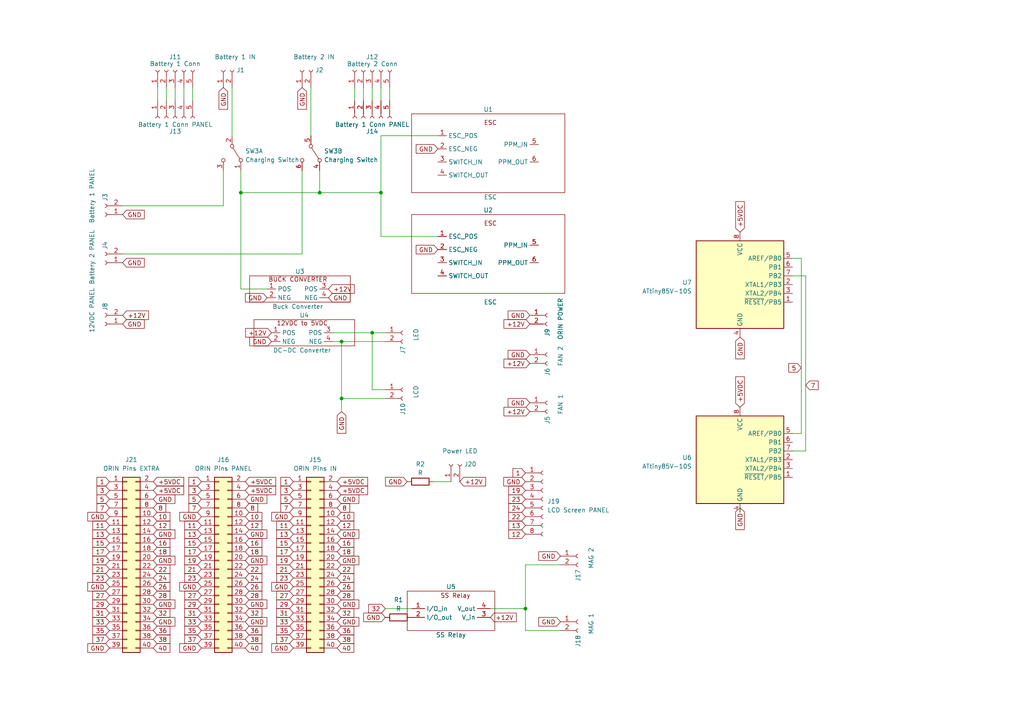
<source format=kicad_sch>
(kicad_sch (version 20230121) (generator eeschema)
  (paper "A4")
  (lib_symbols
    (symbol "Connector:Conn_01x02_Socket" (pin_names (offset 1.016) hide)
      (property "Reference" "J" (at 0 2.54 0))
      (property "Value" "Conn_01x02_Socket" (at 0 -5.08 0))
      (symbol "Conn_01x02_Socket_1_1"
        (arc (start 0 -2.032) (mid -0.5058 -2.54) (end 0 -3.048) (stroke (width 0.1524)))
        (polyline (pts (xy -1.27 -2.54) (xy -0.508 -2.54)) (stroke (width 0.1524)))
        (polyline (pts (xy -1.27 0) (xy -0.508 0)) (stroke (width 0.1524)))
        (arc (start 0 0.508) (mid -0.5058 0) (end 0 -0.508) (stroke (width 0.1524)))
        (pin passive line (at -5.08 0 0) (length 3.81) (name "Pin_1") (number "1"))
        (pin passive line (at -5.08 -2.54 0) (length 3.81) (name "Pin_2") (number "2"))
      )
    )
    (symbol "Connector:Conn_01x05_Socket" (pin_names (offset 1.016) hide)
      (property "Reference" "J" (at 0 7.62 0))
      (property "Value" "Conn_01x05_Socket" (at 0 -7.62 0))
      (symbol "Conn_01x05_Socket_1_1"
        (arc (start 0 -4.572) (mid -0.5058 -5.08) (end 0 -5.588) (stroke (width 0.1524)))
        (arc (start 0 -2.032) (mid -0.5058 -2.54) (end 0 -3.048) (stroke (width 0.1524)))
        (polyline (pts (xy -1.27 -5.08) (xy -0.508 -5.08)) (stroke (width 0.1524)))
        (polyline (pts (xy -1.27 -2.54) (xy -0.508 -2.54)) (stroke (width 0.1524)))
        (polyline (pts (xy -1.27 0) (xy -0.508 0)) (stroke (width 0.1524)))
        (polyline (pts (xy -1.27 2.54) (xy -0.508 2.54)) (stroke (width 0.1524)))
        (polyline (pts (xy -1.27 5.08) (xy -0.508 5.08)) (stroke (width 0.1524)))
        (arc (start 0 0.508) (mid -0.5058 0) (end 0 -0.508) (stroke (width 0.1524)))
        (arc (start 0 3.048) (mid -0.5058 2.54) (end 0 2.032) (stroke (width 0.1524)))
        (arc (start 0 5.588) (mid -0.5058 5.08) (end 0 4.572) (stroke (width 0.1524)))
        (pin passive line (at -5.08 5.08 0) (length 3.81) (name "Pin_1") (number "1"))
        (pin passive line (at -5.08 2.54 0) (length 3.81) (name "Pin_2") (number "2"))
        (pin passive line (at -5.08 0 0) (length 3.81) (name "Pin_3") (number "3"))
        (pin passive line (at -5.08 -2.54 0) (length 3.81) (name "Pin_4") (number "4"))
        (pin passive line (at -5.08 -5.08 0) (length 3.81) (name "Pin_5") (number "5"))
      )
    )
    (symbol "Connector:Conn_01x08_Socket" (pin_names (offset 1.016) hide)
      (property "Reference" "J" (at 0 10.16 0))
      (property "Value" "Conn_01x08_Socket" (at 0 -12.7 0))
      (symbol "Conn_01x08_Socket_1_1"
        (arc (start 0 -9.652) (mid -0.5058 -10.16) (end 0 -10.668) (stroke (width 0.1524)))
        (arc (start 0 -7.112) (mid -0.5058 -7.62) (end 0 -8.128) (stroke (width 0.1524)))
        (arc (start 0 -4.572) (mid -0.5058 -5.08) (end 0 -5.588) (stroke (width 0.1524)))
        (arc (start 0 -2.032) (mid -0.5058 -2.54) (end 0 -3.048) (stroke (width 0.1524)))
        (polyline (pts (xy -1.27 -10.16) (xy -0.508 -10.16)) (stroke (width 0.1524)))
        (polyline (pts (xy -1.27 -7.62) (xy -0.508 -7.62)) (stroke (width 0.1524)))
        (polyline (pts (xy -1.27 -5.08) (xy -0.508 -5.08)) (stroke (width 0.1524)))
        (polyline (pts (xy -1.27 -2.54) (xy -0.508 -2.54)) (stroke (width 0.1524)))
        (polyline (pts (xy -1.27 0) (xy -0.508 0)) (stroke (width 0.1524)))
        (polyline (pts (xy -1.27 2.54) (xy -0.508 2.54)) (stroke (width 0.1524)))
        (polyline (pts (xy -1.27 5.08) (xy -0.508 5.08)) (stroke (width 0.1524)))
        (polyline (pts (xy -1.27 7.62) (xy -0.508 7.62)) (stroke (width 0.1524)))
        (arc (start 0 0.508) (mid -0.5058 0) (end 0 -0.508) (stroke (width 0.1524)))
        (arc (start 0 3.048) (mid -0.5058 2.54) (end 0 2.032) (stroke (width 0.1524)))
        (arc (start 0 5.588) (mid -0.5058 5.08) (end 0 4.572) (stroke (width 0.1524)))
        (arc (start 0 8.128) (mid -0.5058 7.62) (end 0 7.112) (stroke (width 0.1524)))
        (pin passive line (at -5.08 7.62 0) (length 3.81) (name "Pin_1") (number "1"))
        (pin passive line (at -5.08 5.08 0) (length 3.81) (name "Pin_2") (number "2"))
        (pin passive line (at -5.08 2.54 0) (length 3.81) (name "Pin_3") (number "3"))
        (pin passive line (at -5.08 0 0) (length 3.81) (name "Pin_4") (number "4"))
        (pin passive line (at -5.08 -2.54 0) (length 3.81) (name "Pin_5") (number "5"))
        (pin passive line (at -5.08 -5.08 0) (length 3.81) (name "Pin_6") (number "6"))
        (pin passive line (at -5.08 -7.62 0) (length 3.81) (name "Pin_7") (number "7"))
        (pin passive line (at -5.08 -10.16 0) (length 3.81) (name "Pin_8") (number "8"))
      )
    )
    (symbol "Connector_Generic:Conn_02x20_Odd_Even" (pin_names (offset 1.016) hide)
      (property "Reference" "J" (at 1.27 25.4 0))
      (property "Value" "Conn_02x20_Odd_Even" (at 1.27 -27.94 0))
      (symbol "Conn_02x20_Odd_Even_1_1"
        (rectangle (start -1.27 -25.273) (end 0 -25.527) (stroke (width 0.1524)))
        (rectangle (start -1.27 -22.733) (end 0 -22.987) (stroke (width 0.1524)))
        (rectangle (start -1.27 -20.193) (end 0 -20.447) (stroke (width 0.1524)))
        (rectangle (start -1.27 -17.653) (end 0 -17.907) (stroke (width 0.1524)))
        (rectangle (start -1.27 -15.113) (end 0 -15.367) (stroke (width 0.1524)))
        (rectangle (start -1.27 -12.573) (end 0 -12.827) (stroke (width 0.1524)))
        (rectangle (start -1.27 -10.033) (end 0 -10.287) (stroke (width 0.1524)))
        (rectangle (start -1.27 -7.493) (end 0 -7.747) (stroke (width 0.1524)))
        (rectangle (start -1.27 -4.953) (end 0 -5.207) (stroke (width 0.1524)))
        (rectangle (start -1.27 -2.413) (end 0 -2.667) (stroke (width 0.1524)))
        (rectangle (start -1.27 0.127) (end 0 -0.127) (stroke (width 0.1524)))
        (rectangle (start -1.27 2.667) (end 0 2.413) (stroke (width 0.1524)))
        (rectangle (start -1.27 5.207) (end 0 4.953) (stroke (width 0.1524)))
        (rectangle (start -1.27 7.747) (end 0 7.493) (stroke (width 0.1524)))
        (rectangle (start -1.27 10.287) (end 0 10.033) (stroke (width 0.1524)))
        (rectangle (start -1.27 12.827) (end 0 12.573) (stroke (width 0.1524)))
        (rectangle (start -1.27 15.367) (end 0 15.113) (stroke (width 0.1524)))
        (rectangle (start -1.27 17.907) (end 0 17.653) (stroke (width 0.1524)))
        (rectangle (start -1.27 20.447) (end 0 20.193) (stroke (width 0.1524)))
        (rectangle (start -1.27 22.987) (end 0 22.733) (stroke (width 0.1524)))
        (rectangle (start -1.27 24.13) (end 3.81 -26.67) (stroke (width 0.254)) (fill (type background)))
        (rectangle (start 3.81 -25.273) (end 2.54 -25.527) (stroke (width 0.1524)))
        (rectangle (start 3.81 -22.733) (end 2.54 -22.987) (stroke (width 0.1524)))
        (rectangle (start 3.81 -20.193) (end 2.54 -20.447) (stroke (width 0.1524)))
        (rectangle (start 3.81 -17.653) (end 2.54 -17.907) (stroke (width 0.1524)))
        (rectangle (start 3.81 -15.113) (end 2.54 -15.367) (stroke (width 0.1524)))
        (rectangle (start 3.81 -12.573) (end 2.54 -12.827) (stroke (width 0.1524)))
        (rectangle (start 3.81 -10.033) (end 2.54 -10.287) (stroke (width 0.1524)))
        (rectangle (start 3.81 -7.493) (end 2.54 -7.747) (stroke (width 0.1524)))
        (rectangle (start 3.81 -4.953) (end 2.54 -5.207) (stroke (width 0.1524)))
        (rectangle (start 3.81 -2.413) (end 2.54 -2.667) (stroke (width 0.1524)))
        (rectangle (start 3.81 0.127) (end 2.54 -0.127) (stroke (width 0.1524)))
        (rectangle (start 3.81 2.667) (end 2.54 2.413) (stroke (width 0.1524)))
        (rectangle (start 3.81 5.207) (end 2.54 4.953) (stroke (width 0.1524)))
        (rectangle (start 3.81 7.747) (end 2.54 7.493) (stroke (width 0.1524)))
        (rectangle (start 3.81 10.287) (end 2.54 10.033) (stroke (width 0.1524)))
        (rectangle (start 3.81 12.827) (end 2.54 12.573) (stroke (width 0.1524)))
        (rectangle (start 3.81 15.367) (end 2.54 15.113) (stroke (width 0.1524)))
        (rectangle (start 3.81 17.907) (end 2.54 17.653) (stroke (width 0.1524)))
        (rectangle (start 3.81 20.447) (end 2.54 20.193) (stroke (width 0.1524)))
        (rectangle (start 3.81 22.987) (end 2.54 22.733) (stroke (width 0.1524)))
        (pin passive line (at -5.08 22.86 0) (length 3.81) (name "Pin_1") (number "1"))
        (pin passive line (at 7.62 12.7 180) (length 3.81) (name "Pin_10") (number "10"))
        (pin passive line (at -5.08 10.16 0) (length 3.81) (name "Pin_11") (number "11"))
        (pin passive line (at 7.62 10.16 180) (length 3.81) (name "Pin_12") (number "12"))
        (pin passive line (at -5.08 7.62 0) (length 3.81) (name "Pin_13") (number "13"))
        (pin passive line (at 7.62 7.62 180) (length 3.81) (name "Pin_14") (number "14"))
        (pin passive line (at -5.08 5.08 0) (length 3.81) (name "Pin_15") (number "15"))
        (pin passive line (at 7.62 5.08 180) (length 3.81) (name "Pin_16") (number "16"))
        (pin passive line (at -5.08 2.54 0) (length 3.81) (name "Pin_17") (number "17"))
        (pin passive line (at 7.62 2.54 180) (length 3.81) (name "Pin_18") (number "18"))
        (pin passive line (at -5.08 0 0) (length 3.81) (name "Pin_19") (number "19"))
        (pin passive line (at 7.62 22.86 180) (length 3.81) (name "Pin_2") (number "2"))
        (pin passive line (at 7.62 0 180) (length 3.81) (name "Pin_20") (number "20"))
        (pin passive line (at -5.08 -2.54 0) (length 3.81) (name "Pin_21") (number "21"))
        (pin passive line (at 7.62 -2.54 180) (length 3.81) (name "Pin_22") (number "22"))
        (pin passive line (at -5.08 -5.08 0) (length 3.81) (name "Pin_23") (number "23"))
        (pin passive line (at 7.62 -5.08 180) (length 3.81) (name "Pin_24") (number "24"))
        (pin passive line (at -5.08 -7.62 0) (length 3.81) (name "Pin_25") (number "25"))
        (pin passive line (at 7.62 -7.62 180) (length 3.81) (name "Pin_26") (number "26"))
        (pin passive line (at -5.08 -10.16 0) (length 3.81) (name "Pin_27") (number "27"))
        (pin passive line (at 7.62 -10.16 180) (length 3.81) (name "Pin_28") (number "28"))
        (pin passive line (at -5.08 -12.7 0) (length 3.81) (name "Pin_29") (number "29"))
        (pin passive line (at -5.08 20.32 0) (length 3.81) (name "Pin_3") (number "3"))
        (pin passive line (at 7.62 -12.7 180) (length 3.81) (name "Pin_30") (number "30"))
        (pin passive line (at -5.08 -15.24 0) (length 3.81) (name "Pin_31") (number "31"))
        (pin passive line (at 7.62 -15.24 180) (length 3.81) (name "Pin_32") (number "32"))
        (pin passive line (at -5.08 -17.78 0) (length 3.81) (name "Pin_33") (number "33"))
        (pin passive line (at 7.62 -17.78 180) (length 3.81) (name "Pin_34") (number "34"))
        (pin passive line (at -5.08 -20.32 0) (length 3.81) (name "Pin_35") (number "35"))
        (pin passive line (at 7.62 -20.32 180) (length 3.81) (name "Pin_36") (number "36"))
        (pin passive line (at -5.08 -22.86 0) (length 3.81) (name "Pin_37") (number "37"))
        (pin passive line (at 7.62 -22.86 180) (length 3.81) (name "Pin_38") (number "38"))
        (pin passive line (at -5.08 -25.4 0) (length 3.81) (name "Pin_39") (number "39"))
        (pin passive line (at 7.62 20.32 180) (length 3.81) (name "Pin_4") (number "4"))
        (pin passive line (at 7.62 -25.4 180) (length 3.81) (name "Pin_40") (number "40"))
        (pin passive line (at -5.08 17.78 0) (length 3.81) (name "Pin_5") (number "5"))
        (pin passive line (at 7.62 17.78 180) (length 3.81) (name "Pin_6") (number "6"))
        (pin passive line (at -5.08 15.24 0) (length 3.81) (name "Pin_7") (number "7"))
        (pin passive line (at 7.62 15.24 180) (length 3.81) (name "Pin_8") (number "8"))
        (pin passive line (at -5.08 12.7 0) (length 3.81) (name "Pin_9") (number "9"))
      )
    )
    (symbol "Device:R" (pin_numbers hide) (pin_names (offset 0))
      (property "Reference" "R" (at 2.032 0 90))
      (property "Value" "R" (at 0 0 90))
      (symbol "R_0_1"
        (rectangle (start -1.016 -2.54) (end 1.016 2.54) (stroke (width 0.254)))
      )
      (symbol "R_1_1"
        (pin passive line (at 0 3.81 270) (length 1.27) (name "~") (number "1"))
        (pin passive line (at 0 -3.81 90) (length 1.27) (name "~") (number "2"))
      )
    )
    (symbol "MCU_Microchip_ATtiny:ATtiny85V-10S"
      (property "Reference" "U" (at -12.7 13.97 0))
      (property "Value" "ATtiny85V-10S" (at 2.54 -13.97 0))
      (symbol "ATtiny85V-10S_0_1"
        (rectangle (start -12.7 -12.7) (end 12.7 12.7) (stroke (width 0.254)) (fill (type background)))
      )
      (symbol "ATtiny85V-10S_1_1"
        (pin bidirectional line (at 15.24 -5.08 180) (length 2.54) (name "~{RESET}/PB5") (number "1"))
        (pin bidirectional line (at 15.24 0 180) (length 2.54) (name "XTAL1/PB3") (number "2"))
        (pin bidirectional line (at 15.24 -2.54 180) (length 2.54) (name "XTAL2/PB4") (number "3"))
        (pin power_in line (at 0 -15.24 90) (length 2.54) (name "GND") (number "4"))
        (pin bidirectional line (at 15.24 7.62 180) (length 2.54) (name "AREF/PB0") (number "5"))
        (pin bidirectional line (at 15.24 5.08 180) (length 2.54) (name "PB1") (number "6"))
        (pin bidirectional line (at 15.24 2.54 180) (length 2.54) (name "PB2") (number "7"))
        (pin power_in line (at 0 15.24 270) (length 2.54) (name "VCC") (number "8"))
      )
    )
    (symbol "New_Library:Buck_Converter"
      (property "Reference" "U" (at 0 0 0))
      (symbol "Buck_Converter_0_1"
        (rectangle (start -13.97 5.08) (end 15.24 -2.54))
      )
      (symbol "Buck_Converter_1_1"
        (text "BUCK CONVERTER" (at 0.0423 4.0695 0) (effects (font (size 1.27 1.27))))
        (pin input line (at -8.89 1.27 0) (length 2.54) (name "POS") (number "1"))
        (pin input line (at -8.89 -1.27 0) (length 2.54) (name "NEG") (number "2"))
        (pin output line (at 8.89 1.27 180) (length 2.54) (name "POS") (number "3"))
        (pin output line (at 8.89 -1.27 180) (length 2.54) (name "NEG") (number "4"))
      )
    )
    (symbol "New_Library:DC_DC"
      (property "Reference" "U" (at 0 0 0))
      (symbol "DC_DC_0_1"
        (rectangle (start -13.97 5.08) (end 15.24 -2.54))
      )
      (symbol "DC_DC_1_1"
        (text "12VDC to 5VDC" (at 0.0423 4.0695 0) (effects (font (size 1.27 1.27))))
        (pin input line (at -8.89 1.27 0) (length 2.54) (name "POS") (number "1"))
        (pin input line (at -8.89 -1.27 0) (length 2.54) (name "NEG") (number "2"))
        (pin output line (at 8.89 1.27 180) (length 2.54) (name "POS") (number "3"))
        (pin output line (at 8.89 -1.27 180) (length 2.54) (name "NEG") (number "4"))
      )
    )
    (symbol "New_Library:ESC"
      (property "Reference" "U" (at 0 0 0))
      (symbol "ESC_0_1"
        (rectangle (start -22.86 11.43) (end 21.59 -11.43))
      )
      (symbol "ESC_1_1"
        (text "ESC" (at 0 8.89 0) (effects (font (size 1.27 1.27))))
        (pin input line (at -15.24 5.08 0) (length 2.54) (name "ESC_POS") (number "1"))
        (pin input line (at -15.24 1.27 0) (length 2.54) (name "ESC_NEG") (number "2"))
        (pin input line (at -15.24 -2.54 0) (length 2.54) (name "SWITCH_IN") (number "3"))
        (pin output line (at -15.24 -6.35 0) (length 2.54) (name "SWITCH_OUT") (number "4"))
        (pin input line (at 13.97 2.54 180) (length 2.54) (name "PPM_IN") (number "5"))
        (pin output line (at 13.97 -2.54 180) (length 2.54) (name "PPM_OUT") (number "6"))
      )
    )
    (symbol "New_Library:Relay"
      (property "Reference" "U" (at 0 0 0))
      (symbol "Relay_0_1"
        (rectangle (start -11.43 6.35) (end 13.97 -5.08))
      )
      (symbol "Relay_1_1"
        (text "SS Relay" (at 0 5.08 0) (effects (font (size 1.27 1.27))))
        (pin input line (at 12.7 1.27 180) (length 3.81) (name "I/O_in") (number "1"))
        (pin output line (at 12.7 -1.27 180) (length 3.81) (name "I/O_out") (number "2"))
        (pin input line (at -10.16 -1.27 0) (length 3.81) (name "V_in") (number "3"))
        (pin output line (at -10.16 1.27 0) (length 3.81) (name "V_out") (number "4"))
      )
    )
    (symbol "Switch:SW_DPDT_x2" (pin_names (offset 0) hide)
      (property "Reference" "SW" (at 0 4.318 0))
      (property "Value" "SW_DPDT_x2" (at 0 -5.08 0))
      (symbol "SW_DPDT_x2_0_0"
        (circle (center -2.032 0) (radius 0.508))
        (circle (center 2.032 -2.54) (radius 0.508))
      )
      (symbol "SW_DPDT_x2_0_1"
        (polyline (pts (xy -1.524 0.254) (xy 1.651 2.286)))
        (circle (center 2.032 2.54) (radius 0.508))
      )
      (symbol "SW_DPDT_x2_1_1"
        (pin passive line (at 5.08 2.54 180) (length 2.54) (name "A") (number "1"))
        (pin passive line (at -5.08 0 0) (length 2.54) (name "B") (number "2"))
        (pin passive line (at 5.08 -2.54 180) (length 2.54) (name "C") (number "3"))
      )
      (symbol "SW_DPDT_x2_2_1"
        (pin passive line (at 5.08 2.54 180) (length 2.54) (name "A") (number "4"))
        (pin passive line (at -5.08 0 0) (length 2.54) (name "B") (number "5"))
        (pin passive line (at 5.08 -2.54 180) (length 2.54) (name "C") (number "6"))
      )
    )
  )
  (junction (at 92.71 55.88))
  (junction (at 69.85 55.88))
  (junction (at 107.95 96.52))
  (junction (at 152.4 176.53))
  (junction (at 99.06 99.06))
  (junction (at 99.06 115.57))
  (junction (at 110.49 55.88))
  (wire (pts (xy 35.56 59.69) (xy 64.77 59.69)))
  (wire (pts (xy 107.95 25.4) (xy 107.95 29.21)))
  (wire (pts (xy 64.77 49.53) (xy 64.77 59.69)))
  (wire (pts (xy 96.52 99.06) (xy 99.06 99.06)))
  (wire (pts (xy 232.41 125.73) (xy 232.41 74.93)))
  (wire (pts (xy 110.49 39.37) (xy 110.49 55.88)))
  (wire (pts (xy 67.31 25.4) (xy 67.31 39.37)))
  (wire (pts (xy 152.4 163.83) (xy 162.56 163.83)))
  (wire (pts (xy 99.06 99.06) (xy 111.76 99.06)))
  (wire (pts (xy 233.68 80.01) (xy 229.87 80.01)))
  (wire (pts (xy 127 39.37) (xy 110.49 39.37)))
  (wire (pts (xy 87.63 73.66) (xy 35.56 73.66)))
  (wire (pts (xy 233.68 130.81) (xy 233.68 80.01)))
  (wire (pts (xy 152.4 182.88) (xy 162.56 182.88)))
  (wire (pts (xy 99.06 119.38) (xy 99.06 115.57)))
  (wire (pts (xy 110.49 55.88) (xy 110.49 68.58)))
  (wire (pts (xy 48.26 25.4) (xy 48.26 29.21)))
  (wire (pts (xy 55.88 25.4) (xy 55.88 29.21)))
  (wire (pts (xy 113.03 25.4) (xy 113.03 29.21)))
  (wire (pts (xy 152.4 163.83) (xy 152.4 176.53)))
  (wire (pts (xy 69.85 83.82) (xy 69.85 55.88)))
  (wire (pts (xy 142.24 176.53) (xy 152.4 176.53)))
  (wire (pts (xy 107.95 96.52) (xy 107.95 113.03)))
  (wire (pts (xy 45.72 25.4) (xy 45.72 29.21)))
  (wire (pts (xy 229.87 125.73) (xy 232.41 125.73)))
  (wire (pts (xy 77.47 83.82) (xy 69.85 83.82)))
  (wire (pts (xy 105.41 25.4) (xy 105.41 29.21)))
  (wire (pts (xy 232.41 74.93) (xy 229.87 74.93)))
  (wire (pts (xy 69.85 55.88) (xy 92.71 55.88)))
  (wire (pts (xy 214.63 148.59) (xy 214.63 147.32)))
  (wire (pts (xy 110.49 25.4) (xy 110.49 29.21)))
  (wire (pts (xy 111.76 113.03) (xy 107.95 113.03)))
  (wire (pts (xy 69.85 49.53) (xy 69.85 55.88)))
  (wire (pts (xy 102.87 25.4) (xy 102.87 29.21)))
  (wire (pts (xy 90.17 25.4) (xy 90.17 39.37)))
  (wire (pts (xy 53.34 25.4) (xy 53.34 29.21)))
  (wire (pts (xy 99.06 115.57) (xy 111.76 115.57)))
  (wire (pts (xy 96.52 96.52) (xy 107.95 96.52)))
  (wire (pts (xy 229.87 130.81) (xy 233.68 130.81)))
  (wire (pts (xy 92.71 55.88) (xy 92.71 49.53)))
  (wire (pts (xy 87.63 49.53) (xy 87.63 73.66)))
  (wire (pts (xy 152.4 176.53) (xy 152.4 182.88)))
  (wire (pts (xy 99.06 115.57) (xy 99.06 99.06)))
  (wire (pts (xy 110.49 68.58) (xy 127 68.58)))
  (wire (pts (xy 111.76 176.53) (xy 119.38 176.53)))
  (wire (pts (xy 125.73 139.7) (xy 130.81 139.7)))
  (wire (pts (xy 50.8 25.4) (xy 50.8 29.21)))
  (wire (pts (xy 107.95 96.52) (xy 111.76 96.52)))
  (wire (pts (xy 92.71 55.88) (xy 110.49 55.88)))
  (global_label "GND" (shape input) (at 127 72.39 180) (property "Intersheetrefs" "${INTERSHEET_REFS}" (effects hide)))
  (global_label "32" (shape input) (at 44.45 177.8 0) (property "Intersheetrefs" "${INTERSHEET_REFS}" (effects hide)))
  (global_label "+5VDC" (shape input) (at 44.45 142.24 0) (property "Intersheetrefs" "${INTERSHEET_REFS}" (effects hide)))
  (global_label "GND" (shape input) (at 153.67 102.87 180) (property "Intersheetrefs" "${INTERSHEET_REFS}" (effects hide)))
  (global_label "GND" (shape input) (at 85.09 170.18 180) (property "Intersheetrefs" "${INTERSHEET_REFS}" (effects hide)))
  (global_label "5" (shape input) (at 85.09 144.78 180) (property "Intersheetrefs" "${INTERSHEET_REFS}" (effects hide)))
  (global_label "1" (shape input) (at 85.09 139.7 180) (property "Intersheetrefs" "${INTERSHEET_REFS}" (effects hide)))
  (global_label "GND" (shape input) (at 71.12 154.94 0) (property "Intersheetrefs" "${INTERSHEET_REFS}" (effects hide)))
  (global_label "+5VDC" (shape input) (at 44.45 139.7 0) (property "Intersheetrefs" "${INTERSHEET_REFS}" (effects hide)))
  (global_label "36" (shape input) (at 44.45 182.88 0) (property "Intersheetrefs" "${INTERSHEET_REFS}" (effects hide)))
  (global_label "8" (shape input) (at 71.12 147.32 0) (property "Intersheetrefs" "${INTERSHEET_REFS}" (effects hide)))
  (global_label "33" (shape input) (at 31.75 180.34 180) (property "Intersheetrefs" "${INTERSHEET_REFS}" (effects hide)))
  (global_label "13" (shape input) (at 152.4 152.4 180) (property "Intersheetrefs" "${INTERSHEET_REFS}" (effects hide)))
  (global_label "38" (shape input) (at 44.45 185.42 0) (property "Intersheetrefs" "${INTERSHEET_REFS}" (effects hide)))
  (global_label "15" (shape input) (at 85.09 157.48 180) (property "Intersheetrefs" "${INTERSHEET_REFS}" (effects hide)))
  (global_label "21" (shape input) (at 31.75 165.1 180) (property "Intersheetrefs" "${INTERSHEET_REFS}" (effects hide)))
  (global_label "3" (shape input) (at 31.75 142.24 180) (property "Intersheetrefs" "${INTERSHEET_REFS}" (effects hide)))
  (global_label "7" (shape input) (at 31.75 147.32 180) (property "Intersheetrefs" "${INTERSHEET_REFS}" (effects hide)))
  (global_label "27" (shape input) (at 58.42 172.72 180) (property "Intersheetrefs" "${INTERSHEET_REFS}" (effects hide)))
  (global_label "23" (shape input) (at 58.42 167.64 180) (property "Intersheetrefs" "${INTERSHEET_REFS}" (effects hide)))
  (global_label "38" (shape input) (at 71.12 185.42 0) (property "Intersheetrefs" "${INTERSHEET_REFS}" (effects hide)))
  (global_label "40" (shape input) (at 97.79 187.96 0) (property "Intersheetrefs" "${INTERSHEET_REFS}" (effects hide)))
  (global_label "5" (shape input) (at 232.41 106.68 180) (property "Intersheetrefs" "${INTERSHEET_REFS}" (effects hide)))
  (global_label "1" (shape input) (at 152.4 137.16 180) (property "Intersheetrefs" "${INTERSHEET_REFS}" (effects hide)))
  (global_label "GND" (shape input) (at 97.79 162.56 0) (property "Intersheetrefs" "${INTERSHEET_REFS}" (effects hide)))
  (global_label "24" (shape input) (at 71.12 167.64 0) (property "Intersheetrefs" "${INTERSHEET_REFS}" (effects hide)))
  (global_label "GND" (shape input) (at 97.79 180.34 0) (property "Intersheetrefs" "${INTERSHEET_REFS}" (effects hide)))
  (global_label "32" (shape input) (at 111.76 176.53 180) (property "Intersheetrefs" "${INTERSHEET_REFS}" (effects hide)))
  (global_label "31" (shape input) (at 85.09 177.8 180) (property "Intersheetrefs" "${INTERSHEET_REFS}" (effects hide)))
  (global_label "12" (shape input) (at 152.4 154.94 180) (property "Intersheetrefs" "${INTERSHEET_REFS}" (effects hide)))
  (global_label "+12V" (shape input) (at 153.67 119.38 180) (property "Intersheetrefs" "${INTERSHEET_REFS}" (effects hide)))
  (global_label "GND" (shape input) (at 44.45 175.26 0) (property "Intersheetrefs" "${INTERSHEET_REFS}" (effects hide)))
  (global_label "40" (shape input) (at 71.12 187.96 0) (property "Intersheetrefs" "${INTERSHEET_REFS}" (effects hide)))
  (global_label "29" (shape input) (at 31.75 175.26 180) (property "Intersheetrefs" "${INTERSHEET_REFS}" (effects hide)))
  (global_label "7" (shape input) (at 233.68 111.76 0) (property "Intersheetrefs" "${INTERSHEET_REFS}" (effects hide)))
  (global_label "GND" (shape input) (at 35.56 76.2 0) (property "Intersheetrefs" "${INTERSHEET_REFS}" (effects hide)))
  (global_label "GND" (shape input) (at 162.56 161.29 180) (property "Intersheetrefs" "${INTERSHEET_REFS}" (effects hide)))
  (global_label "GND" (shape input) (at 214.63 97.79 270) (property "Intersheetrefs" "${INTERSHEET_REFS}" (effects hide)))
  (global_label "+12V" (shape input) (at 133.35 139.7 0) (property "Intersheetrefs" "${INTERSHEET_REFS}" (effects hide)))
  (global_label "1" (shape input) (at 31.75 139.7 180) (property "Intersheetrefs" "${INTERSHEET_REFS}" (effects hide)))
  (global_label "28" (shape input) (at 97.79 172.72 0) (property "Intersheetrefs" "${INTERSHEET_REFS}" (effects hide)))
  (global_label "8" (shape input) (at 44.45 147.32 0) (property "Intersheetrefs" "${INTERSHEET_REFS}" (effects hide)))
  (global_label "GND" (shape input) (at 44.45 154.94 0) (property "Intersheetrefs" "${INTERSHEET_REFS}" (effects hide)))
  (global_label "19" (shape input) (at 58.42 162.56 180) (property "Intersheetrefs" "${INTERSHEET_REFS}" (effects hide)))
  (global_label "16" (shape input) (at 44.45 157.48 0) (property "Intersheetrefs" "${INTERSHEET_REFS}" (effects hide)))
  (global_label "GND" (shape input) (at 78.74 99.06 180) (property "Intersheetrefs" "${INTERSHEET_REFS}" (effects hide)))
  (global_label "26" (shape input) (at 97.79 170.18 0) (property "Intersheetrefs" "${INTERSHEET_REFS}" (effects hide)))
  (global_label "12" (shape input) (at 44.45 152.4 0) (property "Intersheetrefs" "${INTERSHEET_REFS}" (effects hide)))
  (global_label "GND" (shape input) (at 85.09 187.96 180) (property "Intersheetrefs" "${INTERSHEET_REFS}" (effects hide)))
  (global_label "15" (shape input) (at 58.42 157.48 180) (property "Intersheetrefs" "${INTERSHEET_REFS}" (effects hide)))
  (global_label "29" (shape input) (at 85.09 175.26 180) (property "Intersheetrefs" "${INTERSHEET_REFS}" (effects hide)))
  (global_label "GND" (shape input) (at 44.45 162.56 0) (property "Intersheetrefs" "${INTERSHEET_REFS}" (effects hide)))
  (global_label "8" (shape input) (at 97.79 147.32 0) (property "Intersheetrefs" "${INTERSHEET_REFS}" (effects hide)))
  (global_label "GND" (shape input) (at 87.63 25.4 270) (property "Intersheetrefs" "${INTERSHEET_REFS}" (effects hide)))
  (global_label "GND" (shape input) (at 214.63 147.32 270) (property "Intersheetrefs" "${INTERSHEET_REFS}" (effects hide)))
  (global_label "3" (shape input) (at 58.42 142.24 180) (property "Intersheetrefs" "${INTERSHEET_REFS}" (effects hide)))
  (global_label "36" (shape input) (at 97.79 182.88 0) (property "Intersheetrefs" "${INTERSHEET_REFS}" (effects hide)))
  (global_label "13" (shape input) (at 85.09 154.94 180) (property "Intersheetrefs" "${INTERSHEET_REFS}" (effects hide)))
  (global_label "10" (shape input) (at 44.45 149.86 0) (property "Intersheetrefs" "${INTERSHEET_REFS}" (effects hide)))
  (global_label "19" (shape input) (at 85.09 162.56 180) (property "Intersheetrefs" "${INTERSHEET_REFS}" (effects hide)))
  (global_label "22" (shape input) (at 152.4 149.86 180) (property "Intersheetrefs" "${INTERSHEET_REFS}" (effects hide)))
  (global_label "22" (shape input) (at 71.12 165.1 0) (property "Intersheetrefs" "${INTERSHEET_REFS}" (effects hide)))
  (global_label "35" (shape input) (at 85.09 182.88 180) (property "Intersheetrefs" "${INTERSHEET_REFS}" (effects hide)))
  (global_label "23" (shape input) (at 31.75 167.64 180) (property "Intersheetrefs" "${INTERSHEET_REFS}" (effects hide)))
  (global_label "28" (shape input) (at 71.12 172.72 0) (property "Intersheetrefs" "${INTERSHEET_REFS}" (effects hide)))
  (global_label "GND" (shape input) (at 97.79 175.26 0) (property "Intersheetrefs" "${INTERSHEET_REFS}" (effects hide)))
  (global_label "+12V" (shape input) (at 142.24 179.07 0) (property "Intersheetrefs" "${INTERSHEET_REFS}" (effects hide)))
  (global_label "11" (shape input) (at 85.09 152.4 180) (property "Intersheetrefs" "${INTERSHEET_REFS}" (effects hide)))
  (global_label "GND" (shape input) (at 31.75 187.96 180) (property "Intersheetrefs" "${INTERSHEET_REFS}" (effects hide)))
  (global_label "36" (shape input) (at 71.12 182.88 0) (property "Intersheetrefs" "${INTERSHEET_REFS}" (effects hide)))
  (global_label "31" (shape input) (at 31.75 177.8 180) (property "Intersheetrefs" "${INTERSHEET_REFS}" (effects hide)))
  (global_label "+5VDC" (shape input) (at 214.63 67.31 90) (property "Intersheetrefs" "${INTERSHEET_REFS}" (effects hide)))
  (global_label "21" (shape input) (at 85.09 165.1 180) (property "Intersheetrefs" "${INTERSHEET_REFS}" (effects hide)))
  (global_label "12" (shape input) (at 97.79 152.4 0) (property "Intersheetrefs" "${INTERSHEET_REFS}" (effects hide)))
  (global_label "23" (shape input) (at 85.09 167.64 180) (property "Intersheetrefs" "${INTERSHEET_REFS}" (effects hide)))
  (global_label "+5VDC" (shape input) (at 214.63 118.11 90) (property "Intersheetrefs" "${INTERSHEET_REFS}" (effects hide)))
  (global_label "GND" (shape input) (at 58.42 170.18 180) (property "Intersheetrefs" "${INTERSHEET_REFS}" (effects hide)))
  (global_label "GND" (shape input) (at 58.42 149.86 180) (property "Intersheetrefs" "${INTERSHEET_REFS}" (effects hide)))
  (global_label "11" (shape input) (at 58.42 152.4 180) (property "Intersheetrefs" "${INTERSHEET_REFS}" (effects hide)))
  (global_label "24" (shape input) (at 44.45 167.64 0) (property "Intersheetrefs" "${INTERSHEET_REFS}" (effects hide)))
  (global_label "GND" (shape input) (at 153.67 91.44 180) (property "Intersheetrefs" "${INTERSHEET_REFS}" (effects hide)))
  (global_label "GND" (shape input) (at 118.11 139.7 180) (property "Intersheetrefs" "${INTERSHEET_REFS}" (effects hide)))
  (global_label "18" (shape input) (at 44.45 160.02 0) (property "Intersheetrefs" "${INTERSHEET_REFS}" (effects hide)))
  (global_label "GND" (shape input) (at 99.06 119.38 270) (property "Intersheetrefs" "${INTERSHEET_REFS}" (effects hide)))
  (global_label "22" (shape input) (at 97.79 165.1 0) (property "Intersheetrefs" "${INTERSHEET_REFS}" (effects hide)))
  (global_label "28" (shape input) (at 44.45 172.72 0) (property "Intersheetrefs" "${INTERSHEET_REFS}" (effects hide)))
  (global_label "35" (shape input) (at 31.75 182.88 180) (property "Intersheetrefs" "${INTERSHEET_REFS}" (effects hide)))
  (global_label "37" (shape input) (at 85.09 185.42 180) (property "Intersheetrefs" "${INTERSHEET_REFS}" (effects hide)))
  (global_label "GND" (shape input) (at 77.47 86.36 180) (property "Intersheetrefs" "${INTERSHEET_REFS}" (effects hide)))
  (global_label "GND" (shape input) (at 97.79 154.94 0) (property "Intersheetrefs" "${INTERSHEET_REFS}" (effects hide)))
  (global_label "33" (shape input) (at 58.42 180.34 180) (property "Intersheetrefs" "${INTERSHEET_REFS}" (effects hide)))
  (global_label "19" (shape input) (at 152.4 142.24 180) (property "Intersheetrefs" "${INTERSHEET_REFS}" (effects hide)))
  (global_label "27" (shape input) (at 31.75 172.72 180) (property "Intersheetrefs" "${INTERSHEET_REFS}" (effects hide)))
  (global_label "24" (shape input) (at 97.79 167.64 0) (property "Intersheetrefs" "${INTERSHEET_REFS}" (effects hide)))
  (global_label "GND" (shape input) (at 111.76 179.07 180) (property "Intersheetrefs" "${INTERSHEET_REFS}" (effects hide)))
  (global_label "24" (shape input) (at 152.4 147.32 180) (property "Intersheetrefs" "${INTERSHEET_REFS}" (effects hide)))
  (global_label "18" (shape input) (at 71.12 160.02 0) (property "Intersheetrefs" "${INTERSHEET_REFS}" (effects hide)))
  (global_label "GND" (shape input) (at 71.12 162.56 0) (property "Intersheetrefs" "${INTERSHEET_REFS}" (effects hide)))
  (global_label "16" (shape input) (at 97.79 157.48 0) (property "Intersheetrefs" "${INTERSHEET_REFS}" (effects hide)))
  (global_label "32" (shape input) (at 71.12 177.8 0) (property "Intersheetrefs" "${INTERSHEET_REFS}" (effects hide)))
  (global_label "18" (shape input) (at 97.79 160.02 0) (property "Intersheetrefs" "${INTERSHEET_REFS}" (effects hide)))
  (global_label "29" (shape input) (at 58.42 175.26 180) (property "Intersheetrefs" "${INTERSHEET_REFS}" (effects hide)))
  (global_label "26" (shape input) (at 44.45 170.18 0) (property "Intersheetrefs" "${INTERSHEET_REFS}" (effects hide)))
  (global_label "7" (shape input) (at 85.09 147.32 180) (property "Intersheetrefs" "${INTERSHEET_REFS}" (effects hide)))
  (global_label "15" (shape input) (at 31.75 157.48 180) (property "Intersheetrefs" "${INTERSHEET_REFS}" (effects hide)))
  (global_label "10" (shape input) (at 71.12 149.86 0) (property "Intersheetrefs" "${INTERSHEET_REFS}" (effects hide)))
  (global_label "+12V" (shape input) (at 153.67 93.98 180) (property "Intersheetrefs" "${INTERSHEET_REFS}" (effects hide)))
  (global_label "5" (shape input) (at 31.75 144.78 180) (property "Intersheetrefs" "${INTERSHEET_REFS}" (effects hide)))
  (global_label "GND" (shape input) (at 71.12 175.26 0) (property "Intersheetrefs" "${INTERSHEET_REFS}" (effects hide)))
  (global_label "35" (shape input) (at 58.42 182.88 180) (property "Intersheetrefs" "${INTERSHEET_REFS}" (effects hide)))
  (global_label "22" (shape input) (at 44.45 165.1 0) (property "Intersheetrefs" "${INTERSHEET_REFS}" (effects hide)))
  (global_label "23" (shape input) (at 152.4 144.78 180) (property "Intersheetrefs" "${INTERSHEET_REFS}" (effects hide)))
  (global_label "GND" (shape input) (at 58.42 187.96 180) (property "Intersheetrefs" "${INTERSHEET_REFS}" (effects hide)))
  (global_label "12" (shape input) (at 71.12 152.4 0) (property "Intersheetrefs" "${INTERSHEET_REFS}" (effects hide)))
  (global_label "38" (shape input) (at 97.79 185.42 0) (property "Intersheetrefs" "${INTERSHEET_REFS}" (effects hide)))
  (global_label "21" (shape input) (at 58.42 165.1 180) (property "Intersheetrefs" "${INTERSHEET_REFS}" (effects hide)))
  (global_label "GND" (shape input) (at 95.25 86.36 0) (property "Intersheetrefs" "${INTERSHEET_REFS}" (effects hide)))
  (global_label "+5VDC" (shape input) (at 71.12 139.7 0) (property "Intersheetrefs" "${INTERSHEET_REFS}" (effects hide)))
  (global_label "27" (shape input) (at 85.09 172.72 180) (property "Intersheetrefs" "${INTERSHEET_REFS}" (effects hide)))
  (global_label "3" (shape input) (at 85.09 142.24 180) (property "Intersheetrefs" "${INTERSHEET_REFS}" (effects hide)))
  (global_label "+12V" (shape input) (at 153.67 105.41 180) (property "Intersheetrefs" "${INTERSHEET_REFS}" (effects hide)))
  (global_label "GND" (shape input) (at 97.79 144.78 0) (property "Intersheetrefs" "${INTERSHEET_REFS}" (effects hide)))
  (global_label "GND" (shape input) (at 152.4 139.7 180) (property "Intersheetrefs" "${INTERSHEET_REFS}" (effects hide)))
  (global_label "+5VDC" (shape input) (at 97.79 139.7 0) (property "Intersheetrefs" "${INTERSHEET_REFS}" (effects hide)))
  (global_label "26" (shape input) (at 71.12 170.18 0) (property "Intersheetrefs" "${INTERSHEET_REFS}" (effects hide)))
  (global_label "+12V" (shape input) (at 95.25 83.82 0) (property "Intersheetrefs" "${INTERSHEET_REFS}" (effects hide)))
  (global_label "+12V" (shape input) (at 78.74 96.52 180) (property "Intersheetrefs" "${INTERSHEET_REFS}" (effects hide)))
  (global_label "37" (shape input) (at 58.42 185.42 180) (property "Intersheetrefs" "${INTERSHEET_REFS}" (effects hide)))
  (global_label "GND" (shape input) (at 35.56 93.98 0) (property "Intersheetrefs" "${INTERSHEET_REFS}" (effects hide)))
  (global_label "GND" (shape input) (at 44.45 144.78 0) (property "Intersheetrefs" "${INTERSHEET_REFS}" (effects hide)))
  (global_label "+5VDC" (shape input) (at 71.12 142.24 0) (property "Intersheetrefs" "${INTERSHEET_REFS}" (effects hide)))
  (global_label "GND" (shape input) (at 127 43.18 180) (property "Intersheetrefs" "${INTERSHEET_REFS}" (effects hide)))
  (global_label "10" (shape input) (at 97.79 149.86 0) (property "Intersheetrefs" "${INTERSHEET_REFS}" (effects hide)))
  (global_label "33" (shape input) (at 85.09 180.34 180) (property "Intersheetrefs" "${INTERSHEET_REFS}" (effects hide)))
  (global_label "7" (shape input) (at 58.42 147.32 180) (property "Intersheetrefs" "${INTERSHEET_REFS}" (effects hide)))
  (global_label "GND" (shape input) (at 31.75 170.18 180) (property "Intersheetrefs" "${INTERSHEET_REFS}" (effects hide)))
  (global_label "5" (shape input) (at 58.42 144.78 180) (property "Intersheetrefs" "${INTERSHEET_REFS}" (effects hide)))
  (global_label "13" (shape input) (at 31.75 154.94 180) (property "Intersheetrefs" "${INTERSHEET_REFS}" (effects hide)))
  (global_label "GND" (shape input) (at 64.77 25.4 270) (property "Intersheetrefs" "${INTERSHEET_REFS}" (effects hide)))
  (global_label "GND" (shape input) (at 44.45 180.34 0) (property "Intersheetrefs" "${INTERSHEET_REFS}" (effects hide)))
  (global_label "40" (shape input) (at 44.45 187.96 0) (property "Intersheetrefs" "${INTERSHEET_REFS}" (effects hide)))
  (global_label "+12V" (shape input) (at 35.56 91.44 0) (property "Intersheetrefs" "${INTERSHEET_REFS}" (effects hide)))
  (global_label "13" (shape input) (at 58.42 154.94 180) (property "Intersheetrefs" "${INTERSHEET_REFS}" (effects hide)))
  (global_label "GND" (shape input) (at 71.12 180.34 0) (property "Intersheetrefs" "${INTERSHEET_REFS}" (effects hide)))
  (global_label "32" (shape input) (at 97.79 177.8 0) (property "Intersheetrefs" "${INTERSHEET_REFS}" (effects hide)))
  (global_label "17" (shape input) (at 85.09 160.02 180) (property "Intersheetrefs" "${INTERSHEET_REFS}" (effects hide)))
  (global_label "16" (shape input) (at 71.12 157.48 0) (property "Intersheetrefs" "${INTERSHEET_REFS}" (effects hide)))
  (global_label "GND" (shape input) (at 71.12 144.78 0) (property "Intersheetrefs" "${INTERSHEET_REFS}" (effects hide)))
  (global_label "+5VDC" (shape input) (at 97.79 142.24 0) (property "Intersheetrefs" "${INTERSHEET_REFS}" (effects hide)))
  (global_label "17" (shape input) (at 31.75 160.02 180) (property "Intersheetrefs" "${INTERSHEET_REFS}" (effects hide)))
  (global_label "GND" (shape input) (at 85.09 149.86 180) (property "Intersheetrefs" "${INTERSHEET_REFS}" (effects hide)))
  (global_label "GND" (shape input) (at 31.75 149.86 180) (property "Intersheetrefs" "${INTERSHEET_REFS}" (effects hide)))
  (global_label "GND" (shape input) (at 153.67 116.84 180) (property "Intersheetrefs" "${INTERSHEET_REFS}" (effects hide)))
  (global_label "1" (shape input) (at 58.42 139.7 180) (property "Intersheetrefs" "${INTERSHEET_REFS}" (effects hide)))
  (global_label "19" (shape input) (at 31.75 162.56 180) (property "Intersheetrefs" "${INTERSHEET_REFS}" (effects hide)))
  (global_label "GND" (shape input) (at 35.56 62.23 0) (property "Intersheetrefs" "${INTERSHEET_REFS}" (effects hide)))
  (global_label "GND" (shape input) (at 162.56 180.34 180) (property "Intersheetrefs" "${INTERSHEET_REFS}" (effects hide)))
  (global_label "11" (shape input) (at 31.75 152.4 180) (property "Intersheetrefs" "${INTERSHEET_REFS}" (effects hide)))
  (global_label "37" (shape input) (at 31.75 185.42 180) (property "Intersheetrefs" "${INTERSHEET_REFS}" (effects hide)))
  (global_label "17" (shape input) (at 58.42 160.02 180) (property "Intersheetrefs" "${INTERSHEET_REFS}" (effects hide)))
  (global_label "31" (shape input) (at 58.42 177.8 180) (property "Intersheetrefs" "${INTERSHEET_REFS}" (effects hide)))
  (symbol (lib_id "Connector:Conn_01x02_Socket") (at 116.84 96.52 0) (unit 1)
    (property "Reference" "J7" (at 116.84 100.33 90) (effects (justify right)))
    (property "Value" "LED" (at 120.65 95.25 90) (effects (justify right)))
    (property "Footprint" "Connector_PinSocket_2.54mm:PinSocket_1x02_P2.54mm_Vertical" (effects hide))
  )
  (symbol (lib_id "New_Library:DC_DC") (at 87.63 97.79 0) (unit 1)
    (property "Reference" "U4" (at 88.265 91.44 0))
    (property "Value" "DC-DC Converter" (at 87.63 101.6 0))
    (property "Footprint" "Library:DC-DC_Converter" (effects hide))
    (property "Link" "https://www.amazon.com/YRDZXG12V-Adapter-Converter-Reducer-Module%EF%BC%885V/dp/B0CSPTCT2H/ref=sr_1_2_sspa?crid=Q1D1R7DC6QPN&dib=eyJ2IjoiMSJ9.L6Nlliy9I5eAAmnnrEdGPbq8A7gZ8Ey0Xwe6ZncUbyJcL7zb0hTSoQZKuiVc0RAmAf7l-82MBYgbMWKOu5pLo8Gxt6jcwvdY4ROtsw4krylE3oSIpMS19nRCFksLdQXHSlzrrQNthIycnJT6zKM-_aM0KiRbdLCYl4TW5wqCLqXNx8OY-EP0dqy4tBDA5e6fnP-sXvX-E_dKD7cec42kjIxBZhG93u4wwhdaObOzlEA.d8c9qEXLNGSOb6zhA3ATC4z4jjH-4mxcYJ7iDXdu6mU&dib_tag=se&keywords=12v%2Bto%2B5v&qid=1748458105&sprefix=12v%2Bto%2B5v%2Caps%2C135&sr=8-2-spons&sp_csd=d2lkZ2V0TmFtZT1zcF9hdGY&th=1" (effects hide))
  )
  (symbol (lib_id "Switch:SW_DPDT_x2") (at 90.17 44.45 270) (unit 2)
    (property "Reference" "SW3" (at 93.98 43.815 90) (effects (justify left)))
    (property "Value" "Charging Switch" (at 93.98 46.355 90) (effects (justify left)))
    (property "Footprint" "Connector_PinSocket_2.54mm:PinSocket_1x06_P2.54mm_Vertical" (effects hide))
    (property "Link" "https://www.amazon.com/Twidec-Rocker-Toggle-Position-Waterproof/dp/B07LBMMN2Y/ref=sr_1_3?dib=eyJ2IjoiMSJ9.H1GVn0sV9nroy_uFaZHPdd5zl96OmoEBumcDbs2H2JQsCQWccp83BUf9UMrdTw5yn2Gh-R7XMM7Rhy0J8cPQUunQYQQI-I8DpZY4GHWhhZfa_H08-9tdhQhasKEfKwsORwEHOc4Qq9w2f_awsDMn9SciTHHxJvrF6eQ4TpXpnHJhAdd_uB5lI0awRb96oNr2xs-qYPh7MeJv7FwMkOd6xVZB6cMgUIFhQ-2nyexbUGw.bw0kXIxRu6rnZ9yNmepIGsJ9vjd-tjA7nIPwPtc036g&dib_tag=se&keywords=double%2Bpole%2Bdouble%2Bthrow%2Bswitch&qid=1748457096&sr=8-3&th=1" (effects hide))
  )
  (symbol (lib_id "Connector:Conn_01x05_Socket") (at 50.8 34.29 90) (mirror x) (unit 1)
    (property "Reference" "J13" (at 50.8 38.1 90))
    (property "Value" "Battery 1 Conn PANEL" (at 50.8085 36.1198 90))
    (property "Footprint" "Connector_PinSocket_2.54mm:PinSocket_1x05_P2.54mm_Vertical" (effects hide))
  )
  (symbol (lib_id "Connector_Generic:Conn_02x20_Odd_Even") (at 36.83 162.56 0) (unit 1)
    (property "Reference" "J21" (at 38.1 133.35 0))
    (property "Value" "ORIN Pins EXTRA" (at 38.1 135.89 0))
    (property "Footprint" "Connector_PinSocket_2.54mm:PinSocket_2x20_P2.54mm_Vertical" (effects hide))
    (property "Link" "https://www.amazon.com/uxcell-Ribbon-Connector-2-54mm-Length/dp/B07S2X1CVF/ref=sr_1_9?crid=1B9ZWG0U6ZHS4&dib=eyJ2IjoiMSJ9.Nt3GAIQyvx9b5OOBQ_1RL_DyCoyCqa1jp6inJY092D0liXuVIPYhThIofbjJUOwdT1yGTVXX69avkMTpy1zeqb3Ehb4SinfEc0iaMGg-9T97Z3qDnR93DZxfPJyXKAEexvGg7wl9etseUt2-4peicLqbL1DiqrhhUyVfLcCZuWpQk3ElL0A2HQNhzToAqZ5YficLzVJRK9xi7zDa5KcgxC56JQs6UD3jxUNPqPHkFgBvXuk-MX7e7UNiLE6piWw98wiS4udoYQalAnTyuMIn2yYTgpO-agRFf1bYF2Edywo.9Y8Ye1W5lUibOlNerLSLykSIqMkNpDQ5ddjV8uBkCAQ&dib_tag=se&keywords=40%2Bpin%2Bribbon&qid=1748462170&s=electronics&sprefix=40%2Bpin%2Bribbon%2Celectronics%2C135&sr=1-9&th=1" (effects hide))
  )
  (symbol (lib_id "Connector:Conn_01x02_Socket") (at 158.75 91.44 0) (unit 1)
    (property "Reference" "J9" (at 158.75 95.25 90) (effects (justify right)))
    (property "Value" "ORIN POWER" (at 162.56 86.36 90) (effects (justify right)))
    (property "Footprint" "Connector_PinSocket_2.54mm:PinSocket_1x02_P2.54mm_Vertical" (effects hide))
  )
  (symbol (lib_id "New_Library:Buck_Converter") (at 86.36 85.09 0) (unit 1)
    (property "Reference" "U3" (at 86.995 78.74 0))
    (property "Value" "Buck Converter" (at 86.36 88.9 0))
    (property "Footprint" "Library:Buck_Converter" (effects hide))
    (property "Link" "https://www.amazon.com/WWZMDiB-Converter-Adjustable-Regulator-Protection/dp/B0B825HRB9/ref=sr_1_3?crid=X0NHTXOBZQBN&dib=eyJ2IjoiMSJ9.OVZkkMvTynFktJV0_FpqOz9G-79GCf5LbvPXwQiyANJTXUIdp-s9YyWXiubRIaMcQTqaOvUStJel0N4QgSzktCbwemDFsNzsKFPukLzzg9BAYQ7lPAzqoRV9t5gccvsWanqf6VVNeu8hhikXhyIUT0Np_qtc4yjpI7uwknCNYr7hk-_KrTu2k3UAdGd2GWSzxy316hXX1D9F4PrttX0l6_WxYWf5SUisVcA2T02Gyiw._XYZ6-QOanhcWZ5D29KLau23OnrpKjCr3EAjNbOWu8I&dib_tag=se&keywords=buck+converter+high+current&qid=1748453761&sprefix=buck+converter+high+current%2Caps%2C113&sr=8-3" (effects hide))
  )
  (symbol (lib_id "Connector:Conn_01x02_Socket") (at 87.63 20.32 90) (unit 1)
    (property "Reference" "J2" (at 91.44 20.32 90) (effects (justify right)))
    (property "Value" "Battery 2 IN" (at 85.09 16.51 90) (effects (justify right)))
    (property "Footprint" "Library:BATTERY" (effects hide))
    (property "Link" "https://www.amazon.com/dp/B08L3S2ZK8?ref_=ppx_hzsearch_conn_dt_b_fed_asin_title_6&th=1" (effects hide))
  )
  (symbol (lib_id "Switch:SW_DPDT_x2") (at 67.31 44.45 270) (unit 1)
    (property "Reference" "SW3" (at 71.12 43.815 90) (effects (justify left)))
    (property "Value" "Charging Switch" (at 71.12 46.355 90) (effects (justify left)))
    (property "Footprint" "Connector_PinSocket_2.54mm:PinSocket_1x06_P2.54mm_Vertical" (effects hide))
    (property "Link" "https://www.amazon.com/Twidec-Rocker-Toggle-Position-Waterproof/dp/B07LBMMN2Y/ref=sr_1_3?dib=eyJ2IjoiMSJ9.H1GVn0sV9nroy_uFaZHPdd5zl96OmoEBumcDbs2H2JQsCQWccp83BUf9UMrdTw5yn2Gh-R7XMM7Rhy0J8cPQUunQYQQI-I8DpZY4GHWhhZfa_H08-9tdhQhasKEfKwsORwEHOc4Qq9w2f_awsDMn9SciTHHxJvrF6eQ4TpXpnHJhAdd_uB5lI0awRb96oNr2xs-qYPh7MeJv7FwMkOd6xVZB6cMgUIFhQ-2nyexbUGw.bw0kXIxRu6rnZ9yNmepIGsJ9vjd-tjA7nIPwPtc036g&dib_tag=se&keywords=double%2Bpole%2Bdouble%2Bthrow%2Bswitch&qid=1748457096&sr=8-3&th=1" (effects hide))
  )
  (symbol (lib_id "MCU_Microchip_ATtiny:ATtiny85V-10S") (at 214.63 82.55 0) (unit 1)
    (property "Reference" "U7" (at 200.66 81.915 0) (effects (justify right)))
    (property "Value" "ATtiny85V-10S" (at 200.66 84.455 0) (effects (justify right)))
    (property "Footprint" "Package_SO:SOIC-8W_5.3x5.3mm_P1.27mm" (effects hide))
    (property "Datasheet" "http://ww1.microchip.com/downloads/en/DeviceDoc/atmel-2586-avr-8-bit-microcontroller-attiny25-attiny45-attiny85_datasheet.pdf" (effects hide))
  )
  (symbol (lib_id "Connector:Conn_01x05_Socket") (at 50.8 20.32 90) (unit 1)
    (property "Reference" "J11" (at 50.8 16.51 90))
    (property "Value" "Battery 1 Conn" (at 50.8085 18.4902 90))
    (property "Footprint" "Connector_PinSocket_2.54mm:PinSocket_1x05_P2.54mm_Vertical" (effects hide))
  )
  (symbol (lib_id "Connector:Conn_01x02_Socket") (at 158.75 116.84 0) (unit 1)
    (property "Reference" "J5" (at 158.75 120.65 90) (effects (justify right)))
    (property "Value" "FAN 1" (at 162.56 114.3 90) (effects (justify right)))
    (property "Footprint" "Connector_PinSocket_2.54mm:PinSocket_1x02_P2.54mm_Vertical" (effects hide))
  )
  (symbol (lib_id "Connector:Conn_01x02_Socket") (at 116.84 113.03 0) (unit 1)
    (property "Reference" "J10" (at 116.84 116.84 90) (effects (justify right)))
    (property "Value" "LCD" (at 120.65 111.76 90) (effects (justify right)))
    (property "Footprint" "Connector_PinSocket_2.54mm:PinSocket_1x02_P2.54mm_Vertical" (effects hide))
    (property "Link" "https://www.amazon.com/ELECROW-Raspberry-Touchscreen-Monitor-HDMI-Compatible/dp/B07FDYXPT7" (effects hide))
  )
  (symbol (lib_id "Connector:Conn_01x02_Socket") (at 64.77 20.32 90) (unit 1)
    (property "Reference" "J1" (at 68.58 20.32 90) (effects (justify right)))
    (property "Value" "Battery 1 IN" (at 62.23 16.51 90) (effects (justify right)))
    (property "Footprint" "Library:BATTERY" (effects hide))
    (property "Link" "https://www.amazon.com/dp/B08L3S2ZK8?ref_=ppx_hzsearch_conn_dt_b_fed_asin_title_6&th=1" (effects hide))
  )
  (symbol (lib_id "Connector:Conn_01x02_Socket") (at 167.64 161.29 0) (unit 1)
    (property "Reference" "J17" (at 167.64 165.1 90) (effects (justify right)))
    (property "Value" "MAG 2" (at 171.45 158.75 90) (effects (justify right)))
    (property "Footprint" "Connector_PinSocket_2.54mm:PinSocket_1x02_P2.54mm_Vertical" (effects hide))
    (property "Link" "https://www.amazon.com/TOMSHIELE-Electric-Electromagnet-Solenoid-Cylinder/dp/B0CTG5GYN8/ref=sr_1_3?crid=2CO2TIZKCSXHU&dib=eyJ2IjoiMSJ9.PnapCDU5i519ClRSbg-7zvy7rAHSf3O7K7xonQ7JQUuM9rABI0tpJJmrPXD9pKJI6LaHmB5EH1rEWXkGJ3EUiRQSo8BmWDzu0y-0rdCbS-z9hYO-uosL6ZdiAqrbpxN48QI8qkRMCYafetiDIXT1KIFDe2rEX1tnAX7QVy8baFzJC9FWSaJgzyWs8OkVMyVfo5Iwq6OnKZpnniEzy4Vx4ef68iOmV67JIV48VyylPnM.UyPGFs1YV33RWMY36N-bmticwhRZpnJzxG9uqnzWmKY&dib_tag=se&keywords=electromagnet&qid=1748453003&sprefix=electromagnet%2Caps%2C130&sr=8-3&th=1" (effects hide))
  )
  (symbol (lib_id "Connector:Conn_01x05_Socket") (at 107.95 34.29 90) (mirror x) (unit 1)
    (property "Reference" "J14" (at 107.95 38.1 90))
    (property "Value" "Battery 1 Conn PANEL" (at 107.9585 36.1198 90))
    (property "Footprint" "Connector_PinSocket_2.54mm:PinSocket_1x05_P2.54mm_Vertical" (effects hide))
  )
  (symbol (lib_id "Connector:Conn_01x02_Socket") (at 158.75 102.87 0) (unit 1)
    (property "Reference" "J6" (at 158.75 106.68 90) (effects (justify right)))
    (property "Value" "FAN 2" (at 162.56 100.33 90) (effects (justify right)))
    (property "Footprint" "Connector_PinSocket_2.54mm:PinSocket_1x02_P2.54mm_Vertical" (effects hide))
  )
  (symbol (lib_id "Connector:Conn_01x05_Socket") (at 107.95 20.32 90) (unit 1)
    (property "Reference" "J12" (at 107.95 16.51 90))
    (property "Value" "Battery 2 Conn" (at 107.9789 18.5423 90))
    (property "Footprint" "Connector_PinSocket_2.54mm:PinSocket_1x05_P2.54mm_Vertical" (effects hide))
  )
  (symbol (lib_id "Connector:Conn_01x08_Socket") (at 157.48 144.78 0) (unit 1)
    (property "Reference" "J19" (at 158.75 145.415 0) (effects (justify left)))
    (property "Value" "LCD Screen PANEL" (at 158.75 147.955 0) (effects (justify left)))
    (property "Footprint" "Connector_PinSocket_2.54mm:PinSocket_1x08_P2.54mm_Vertical" (effects hide))
    (property "Link" "https://www.waveshare.com/wiki/2inch_LCD_Module" (effects hide))
  )
  (symbol (lib_id "Connector_Generic:Conn_02x20_Odd_Even") (at 90.17 162.56 0) (unit 1)
    (property "Reference" "J15" (at 91.44 133.35 0))
    (property "Value" "ORIN Pins IN" (at 91.44 135.89 0))
    (property "Footprint" "Connector_PinSocket_2.54mm:PinSocket_2x20_P2.54mm_Vertical" (effects hide))
    (property "Link" "https://www.amazon.com/Breadboard-ZCZQC-Extension-Connection-Raspberry/dp/B0BG4ZL6TG/ref=sr_1_7_sspa?crid=1B9ZWG0U6ZHS4&dib=eyJ2IjoiMSJ9.Nt3GAIQyvx9b5OOBQ_1RL_DyCoyCqa1jp6inJY092D0liXuVIPYhThIofbjJUOwdT1yGTVXX69avkMTpy1zeqb3Ehb4SinfEc0iaMGg-9T97Z3qDnR93DZxfPJyXKAEexvGg7wl9etseUt2-4peicLqbL1DiqrhhUyVfLcCZuWpQk3ElL0A2HQNhzToAqZ5YficLzVJRK9xi7zDa5KcgxC56JQs6UD3jxUNPqPHkFgBvXuk-MX7e7UNiLE6piWw98wiS4udoYQalAnTyuMIn2yYTgpO-agRFf1bYF2Edywo.9Y8Ye1W5lUibOlNerLSLykSIqMkNpDQ5ddjV8uBkCAQ&dib_tag=se&keywords=40+pin+ribbon&qid=1748462170&s=electronics&sprefix=40+pin+ribbon%2Celectronics%2C135&sr=1-7-spons&sp_csd=d2lkZ2V0TmFtZT1zcF9tdGY&psc=1" (effects hide))
  )
  (symbol (lib_id "New_Library:Relay") (at 132.08 177.8 0) (mirror y) (unit 1)
    (property "Reference" "U5" (at 130.81 170.18 0))
    (property "Value" "SS Relay" (at 130.81 184.15 0))
    (property "Footprint" "Library:SS_Relay" (effects hide))
    (property "Link" "https://www.digikey.com/en/products/detail/omron-electronics-inc-emc-div/G3VM-61AR1/10821131?s=N4IgTCBcDaIGwEYCGAnBIC6BfIA" (effects hide))
  )
  (symbol (lib_id "Device:R") (at 121.92 139.7 270) (unit 1)
    (property "Reference" "R2" (at 121.92 134.62 90))
    (property "Value" "R" (at 121.92 137.16 90))
    (property "Footprint" "Resistor_THT:R_Axial_DIN0207_L6.3mm_D2.5mm_P10.16mm_Horizontal" (effects hide))
  )
  (symbol (lib_id "New_Library:ESC") (at 142.24 44.45 0) (unit 1)
    (property "Reference" "U1" (at 141.605 31.75 0))
    (property "Value" "ESC" (at 142.24 57.15 0))
    (property "Footprint" "Library:ESC" (effects hide))
  )
  (symbol (lib_id "Connector_Generic:Conn_02x20_Odd_Even") (at 63.5 162.56 0) (unit 1)
    (property "Reference" "J16" (at 64.77 133.35 0))
    (property "Value" "ORIN Pins PANEL" (at 64.77 135.89 0))
    (property "Footprint" "Connector_PinSocket_2.54mm:PinSocket_2x20_P2.54mm_Vertical" (effects hide))
    (property "Link" "https://www.amazon.com/uxcell-Ribbon-Connector-2-54mm-Length/dp/B07S2X1CVF/ref=sr_1_9?crid=1B9ZWG0U6ZHS4&dib=eyJ2IjoiMSJ9.Nt3GAIQyvx9b5OOBQ_1RL_DyCoyCqa1jp6inJY092D0liXuVIPYhThIofbjJUOwdT1yGTVXX69avkMTpy1zeqb3Ehb4SinfEc0iaMGg-9T97Z3qDnR93DZxfPJyXKAEexvGg7wl9etseUt2-4peicLqbL1DiqrhhUyVfLcCZuWpQk3ElL0A2HQNhzToAqZ5YficLzVJRK9xi7zDa5KcgxC56JQs6UD3jxUNPqPHkFgBvXuk-MX7e7UNiLE6piWw98wiS4udoYQalAnTyuMIn2yYTgpO-agRFf1bYF2Edywo.9Y8Ye1W5lUibOlNerLSLykSIqMkNpDQ5ddjV8uBkCAQ&dib_tag=se&keywords=40%2Bpin%2Bribbon&qid=1748462170&s=electronics&sprefix=40%2Bpin%2Bribbon%2Celectronics%2C135&sr=1-9&th=1" (effects hide))
  )
  (symbol (lib_id "Device:R") (at 115.57 179.07 270) (unit 1)
    (property "Reference" "R1" (at 115.57 173.99 90))
    (property "Value" "R" (at 115.57 176.53 90))
    (property "Footprint" "Resistor_THT:R_Axial_DIN0207_L6.3mm_D2.5mm_P10.16mm_Horizontal" (effects hide))
  )
  (symbol (lib_id "Connector:Conn_01x02_Socket") (at 30.48 76.2 180) (unit 1)
    (property "Reference" "J4" (at 30.48 72.39 90) (effects (justify right)))
    (property "Value" "Battery 2 PANEL" (at 26.67 82.55 90) (effects (justify right)))
    (property "Footprint" "Library:BATTERY" (effects hide))
  )
  (symbol (lib_id "Connector:Conn_01x02_Socket") (at 167.64 180.34 0) (unit 1)
    (property "Reference" "J18" (at 167.64 184.15 90) (effects (justify right)))
    (property "Value" "MAG 1" (at 171.45 177.8 90) (effects (justify right)))
    (property "Footprint" "Connector_PinSocket_2.54mm:PinSocket_1x02_P2.54mm_Vertical" (effects hide))
  )
  (symbol (lib_id "MCU_Microchip_ATtiny:ATtiny85V-10S") (at 214.63 133.35 0) (unit 1)
    (property "Reference" "U6" (at 200.66 132.715 0) (effects (justify right)))
    (property "Value" "ATtiny85V-10S" (at 200.66 135.255 0) (effects (justify right)))
    (property "Footprint" "Package_SO:SOIC-8W_5.3x5.3mm_P1.27mm" (effects hide))
    (property "Datasheet" "http://ww1.microchip.com/downloads/en/DeviceDoc/atmel-2586-avr-8-bit-microcontroller-attiny25-attiny45-attiny85_datasheet.pdf" (effects hide))
  )
  (symbol (lib_id "Connector:Conn_01x02_Socket") (at 130.81 134.62 90) (unit 1)
    (property "Reference" "J20" (at 134.62 134.62 90) (effects (justify right)))
    (property "Value" "Power LED" (at 128.27 130.81 90) (effects (justify right)))
    (property "Footprint" "Connector_PinSocket_2.54mm:PinSocket_1x02_P2.54mm_Vertical" (effects hide))
  )
  (symbol (lib_id "New_Library:ESC") (at 142.24 73.66 0) (unit 1)
    (property "Reference" "U2" (at 141.605 60.96 0))
    (property "Value" "ESC" (at 142.24 87.63 0))
    (property "Footprint" "Library:ESC" (effects hide))
  )
  (symbol (lib_id "Connector:Conn_01x02_Socket") (at 30.48 62.23 180) (unit 1)
    (property "Reference" "J3" (at 30.48 58.42 90) (effects (justify right)))
    (property "Value" "Battery 1 PANEL" (at 26.67 64.77 90) (effects (justify right)))
    (property "Footprint" "Library:BATTERY" (effects hide))
  )
  (symbol (lib_id "Connector:Conn_01x02_Socket") (at 30.48 93.98 180) (unit 1)
    (property "Reference" "J8" (at 30.48 90.17 90) (effects (justify right)))
    (property "Value" "12VDC PANEL" (at 26.67 96.52 90) (effects (justify right)))
    (property "Footprint" "Library:BATTERY" (effects hide))
    (property "Link" "https://www.amazon.com/LUORNG-Threaded-Connector-Pre-soldered-Waterproof/dp/B09H5L3KN5/ref=pd_day0fbt_hardlines_d_sccl_1/146-6058399-1949202?pd_rd_w=ygUgu&content-id=amzn1.sym.06aea998-aa9c-454e-b467-b476407c7977&pf_rd_p=06aea998-aa9c-454e-b467-b476407c7977&pf_rd_r=MXDV5CDE8KZ9YHNHBKK9&pd_rd_wg=CrsGO&pd_rd_r=27709852-d743-4925-b6b7-a30a587b1f0e&pd_rd_i=B09H5L3KN5&psc=1" (effects hide))
  )
)
</source>
